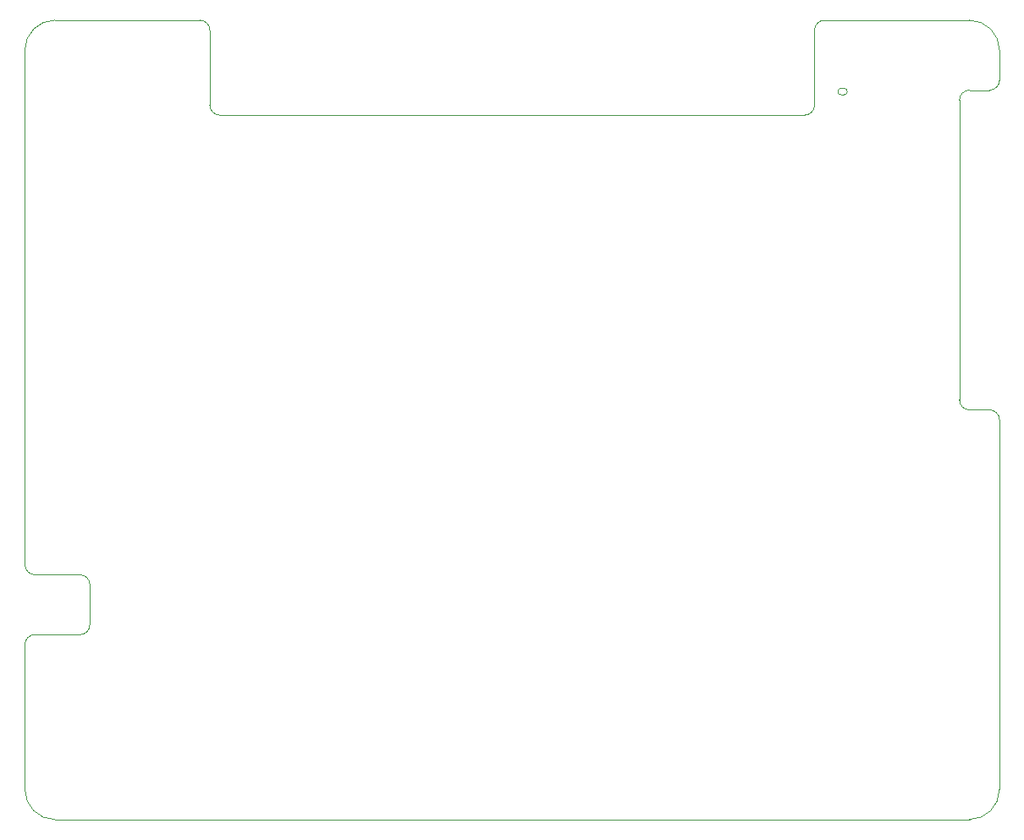
<source format=gbr>
%TF.GenerationSoftware,KiCad,Pcbnew,7.0.1*%
%TF.CreationDate,2023-05-31T14:16:02+01:00*%
%TF.ProjectId,DE10-lite_shield,44453130-2d6c-4697-9465-5f736869656c,rev?*%
%TF.SameCoordinates,Original*%
%TF.FileFunction,Profile,NP*%
%FSLAX46Y46*%
G04 Gerber Fmt 4.6, Leading zero omitted, Abs format (unit mm)*
G04 Created by KiCad (PCBNEW 7.0.1) date 2023-05-31 14:16:02*
%MOMM*%
%LPD*%
G01*
G04 APERTURE LIST*
%TA.AperFunction,Profile*%
%ADD10C,0.100000*%
%TD*%
%TA.AperFunction,Profile*%
%ADD11C,0.010000*%
%TD*%
G04 APERTURE END LIST*
D10*
X178000000Y-59500000D02*
G75*
G03*
X179000000Y-58500000I0J1000000D01*
G01*
X194500000Y-57000000D02*
G75*
G03*
X193500000Y-58000000I0J-1000000D01*
G01*
X197500001Y-127000001D02*
X197500000Y-90000000D01*
X101000000Y-105500000D02*
X105500000Y-105500000D01*
X179000000Y-51000000D02*
X179000000Y-58500000D01*
X194500001Y-130000001D02*
G75*
G03*
X197500001Y-127000001I-1J3000001D01*
G01*
X118500000Y-51000000D02*
G75*
G03*
X117500000Y-50000000I-1000000J0D01*
G01*
X180000000Y-50000000D02*
G75*
G03*
X179000000Y-51000000I0J-1000000D01*
G01*
X196500000Y-89000000D02*
X194500000Y-89000000D01*
X118500000Y-58500000D02*
G75*
G03*
X119500000Y-59500000I1000000J0D01*
G01*
X101000000Y-111500000D02*
G75*
G03*
X100000000Y-112500000I0J-1000000D01*
G01*
X197500000Y-90000000D02*
G75*
G03*
X196500000Y-89000000I-1000000J0D01*
G01*
X100000000Y-53000000D02*
X100000000Y-104500000D01*
X194500000Y-50000000D02*
X180000000Y-50000000D01*
X193500000Y-88000000D02*
G75*
G03*
X194500000Y-89000000I1000000J0D01*
G01*
X117500000Y-50000000D02*
X103000000Y-50000000D01*
X194500000Y-57000000D02*
X196500000Y-57000000D01*
X197500000Y-53000000D02*
G75*
G03*
X194500000Y-50000000I-3000000J0D01*
G01*
X102999999Y-130000001D02*
X194500001Y-130000001D01*
X106500000Y-106500000D02*
G75*
G03*
X105500000Y-105500000I-1000000J0D01*
G01*
X118500000Y-58500000D02*
X118500000Y-51000000D01*
X100000000Y-104500000D02*
G75*
G03*
X101000000Y-105500000I1000000J0D01*
G01*
X193500000Y-88000000D02*
X193500000Y-58000000D01*
X99999999Y-127000001D02*
G75*
G03*
X102999999Y-130000001I3000001J1D01*
G01*
X196500000Y-57000000D02*
G75*
G03*
X197500000Y-56000000I0J1000000D01*
G01*
X178000000Y-59500000D02*
X119500000Y-59500000D01*
X103000000Y-50000000D02*
G75*
G03*
X100000000Y-53000000I0J-3000000D01*
G01*
X100000000Y-112500000D02*
X99999999Y-127000001D01*
X105500000Y-111500000D02*
G75*
G03*
X106500000Y-110500000I0J1000000D01*
G01*
X105500000Y-111500000D02*
X101000000Y-111500000D01*
X197500000Y-56000000D02*
X197500000Y-53000000D01*
X106500000Y-106500000D02*
X106500000Y-110500000D01*
D11*
%TO.C,J4*%
X181950000Y-57465000D02*
X181650000Y-57465000D01*
X181650000Y-56815000D02*
X181950000Y-56815000D01*
X181950000Y-57465000D02*
G75*
G03*
X182275000Y-57140000I0J325000D01*
G01*
X182275000Y-57140000D02*
G75*
G03*
X181950000Y-56815000I-325000J0D01*
G01*
X181325000Y-57140000D02*
G75*
G03*
X181650000Y-57465000I325000J0D01*
G01*
X181650000Y-56815000D02*
G75*
G03*
X181325000Y-57140000I0J-325000D01*
G01*
%TD*%
M02*

</source>
